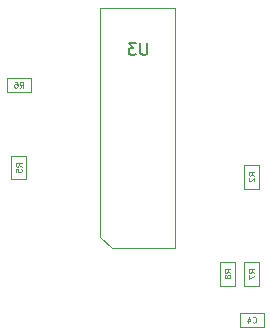
<source format=gbr>
G04 #@! TF.GenerationSoftware,KiCad,Pcbnew,(6.0.10-0)*
G04 #@! TF.CreationDate,2023-01-01T02:05:10-05:00*
G04 #@! TF.ProjectId,8CT-PowerMeter,3843542d-506f-4776-9572-4d657465722e,rev?*
G04 #@! TF.SameCoordinates,Original*
G04 #@! TF.FileFunction,AssemblyDrawing,Bot*
%FSLAX46Y46*%
G04 Gerber Fmt 4.6, Leading zero omitted, Abs format (unit mm)*
G04 Created by KiCad (PCBNEW (6.0.10-0)) date 2023-01-01 02:05:10*
%MOMM*%
%LPD*%
G01*
G04 APERTURE LIST*
%ADD10C,0.080000*%
%ADD11C,0.150000*%
%ADD12C,0.100000*%
G04 APERTURE END LIST*
D10*
X159944190Y-82491666D02*
X159706095Y-82325000D01*
X159944190Y-82205952D02*
X159444190Y-82205952D01*
X159444190Y-82396428D01*
X159468000Y-82444047D01*
X159491809Y-82467857D01*
X159539428Y-82491666D01*
X159610857Y-82491666D01*
X159658476Y-82467857D01*
X159682285Y-82444047D01*
X159706095Y-82396428D01*
X159706095Y-82205952D01*
X159491809Y-82682142D02*
X159468000Y-82705952D01*
X159444190Y-82753571D01*
X159444190Y-82872619D01*
X159468000Y-82920238D01*
X159491809Y-82944047D01*
X159539428Y-82967857D01*
X159587047Y-82967857D01*
X159658476Y-82944047D01*
X159944190Y-82658333D01*
X159944190Y-82967857D01*
X140226190Y-81716666D02*
X139988095Y-81550000D01*
X140226190Y-81430952D02*
X139726190Y-81430952D01*
X139726190Y-81621428D01*
X139750000Y-81669047D01*
X139773809Y-81692857D01*
X139821428Y-81716666D01*
X139892857Y-81716666D01*
X139940476Y-81692857D01*
X139964285Y-81669047D01*
X139988095Y-81621428D01*
X139988095Y-81430952D01*
X139726190Y-82169047D02*
X139726190Y-81930952D01*
X139964285Y-81907142D01*
X139940476Y-81930952D01*
X139916666Y-81978571D01*
X139916666Y-82097619D01*
X139940476Y-82145238D01*
X139964285Y-82169047D01*
X140011904Y-82192857D01*
X140130952Y-82192857D01*
X140178571Y-82169047D01*
X140202380Y-82145238D01*
X140226190Y-82097619D01*
X140226190Y-81978571D01*
X140202380Y-81930952D01*
X140178571Y-81907142D01*
X140083333Y-75026190D02*
X140250000Y-74788095D01*
X140369047Y-75026190D02*
X140369047Y-74526190D01*
X140178571Y-74526190D01*
X140130952Y-74550000D01*
X140107142Y-74573809D01*
X140083333Y-74621428D01*
X140083333Y-74692857D01*
X140107142Y-74740476D01*
X140130952Y-74764285D01*
X140178571Y-74788095D01*
X140369047Y-74788095D01*
X139654761Y-74526190D02*
X139750000Y-74526190D01*
X139797619Y-74550000D01*
X139821428Y-74573809D01*
X139869047Y-74645238D01*
X139892857Y-74740476D01*
X139892857Y-74930952D01*
X139869047Y-74978571D01*
X139845238Y-75002380D01*
X139797619Y-75026190D01*
X139702380Y-75026190D01*
X139654761Y-75002380D01*
X139630952Y-74978571D01*
X139607142Y-74930952D01*
X139607142Y-74811904D01*
X139630952Y-74764285D01*
X139654761Y-74740476D01*
X139702380Y-74716666D01*
X139797619Y-74716666D01*
X139845238Y-74740476D01*
X139869047Y-74764285D01*
X139892857Y-74811904D01*
X157912190Y-90707166D02*
X157674095Y-90540500D01*
X157912190Y-90421452D02*
X157412190Y-90421452D01*
X157412190Y-90611928D01*
X157436000Y-90659547D01*
X157459809Y-90683357D01*
X157507428Y-90707166D01*
X157578857Y-90707166D01*
X157626476Y-90683357D01*
X157650285Y-90659547D01*
X157674095Y-90611928D01*
X157674095Y-90421452D01*
X157626476Y-90992880D02*
X157602666Y-90945261D01*
X157578857Y-90921452D01*
X157531238Y-90897642D01*
X157507428Y-90897642D01*
X157459809Y-90921452D01*
X157436000Y-90945261D01*
X157412190Y-90992880D01*
X157412190Y-91088119D01*
X157436000Y-91135738D01*
X157459809Y-91159547D01*
X157507428Y-91183357D01*
X157531238Y-91183357D01*
X157578857Y-91159547D01*
X157602666Y-91135738D01*
X157626476Y-91088119D01*
X157626476Y-90992880D01*
X157650285Y-90945261D01*
X157674095Y-90921452D01*
X157721714Y-90897642D01*
X157816952Y-90897642D01*
X157864571Y-90921452D01*
X157888380Y-90945261D01*
X157912190Y-90992880D01*
X157912190Y-91088119D01*
X157888380Y-91135738D01*
X157864571Y-91159547D01*
X157816952Y-91183357D01*
X157721714Y-91183357D01*
X157674095Y-91159547D01*
X157650285Y-91135738D01*
X157626476Y-91088119D01*
X159944190Y-90707166D02*
X159706095Y-90540500D01*
X159944190Y-90421452D02*
X159444190Y-90421452D01*
X159444190Y-90611928D01*
X159468000Y-90659547D01*
X159491809Y-90683357D01*
X159539428Y-90707166D01*
X159610857Y-90707166D01*
X159658476Y-90683357D01*
X159682285Y-90659547D01*
X159706095Y-90611928D01*
X159706095Y-90421452D01*
X159444190Y-90873833D02*
X159444190Y-91207166D01*
X159944190Y-90992880D01*
D11*
X150861904Y-71252380D02*
X150861904Y-72061904D01*
X150814285Y-72157142D01*
X150766666Y-72204761D01*
X150671428Y-72252380D01*
X150480952Y-72252380D01*
X150385714Y-72204761D01*
X150338095Y-72157142D01*
X150290476Y-72061904D01*
X150290476Y-71252380D01*
X149909523Y-71252380D02*
X149290476Y-71252380D01*
X149623809Y-71633333D01*
X149480952Y-71633333D01*
X149385714Y-71680952D01*
X149338095Y-71728571D01*
X149290476Y-71823809D01*
X149290476Y-72061904D01*
X149338095Y-72157142D01*
X149385714Y-72204761D01*
X149480952Y-72252380D01*
X149766666Y-72252380D01*
X149861904Y-72204761D01*
X149909523Y-72157142D01*
D10*
X159801333Y-94882571D02*
X159825142Y-94906380D01*
X159896571Y-94930190D01*
X159944190Y-94930190D01*
X160015619Y-94906380D01*
X160063238Y-94858761D01*
X160087047Y-94811142D01*
X160110857Y-94715904D01*
X160110857Y-94644476D01*
X160087047Y-94549238D01*
X160063238Y-94501619D01*
X160015619Y-94454000D01*
X159944190Y-94430190D01*
X159896571Y-94430190D01*
X159825142Y-94454000D01*
X159801333Y-94477809D01*
X159372761Y-94596857D02*
X159372761Y-94930190D01*
X159491809Y-94406380D02*
X159610857Y-94763523D01*
X159301333Y-94763523D01*
D12*
X159093000Y-83575000D02*
X160343000Y-83575000D01*
X160343000Y-81575000D02*
X159093000Y-81575000D01*
X160343000Y-83575000D02*
X160343000Y-81575000D01*
X159093000Y-81575000D02*
X159093000Y-83575000D01*
X140625000Y-80800000D02*
X139375000Y-80800000D01*
X139375000Y-82800000D02*
X140625000Y-82800000D01*
X139375000Y-80800000D02*
X139375000Y-82800000D01*
X140625000Y-82800000D02*
X140625000Y-80800000D01*
X139000000Y-75425000D02*
X141000000Y-75425000D01*
X139000000Y-74175000D02*
X139000000Y-75425000D01*
X141000000Y-74175000D02*
X139000000Y-74175000D01*
X141000000Y-75425000D02*
X141000000Y-74175000D01*
X157061000Y-89790500D02*
X157061000Y-91790500D01*
X157061000Y-91790500D02*
X158311000Y-91790500D01*
X158311000Y-89790500D02*
X157061000Y-89790500D01*
X158311000Y-91790500D02*
X158311000Y-89790500D01*
X159093000Y-91790500D02*
X160343000Y-91790500D01*
X160343000Y-91790500D02*
X160343000Y-89790500D01*
X159093000Y-89790500D02*
X159093000Y-91790500D01*
X160343000Y-89790500D02*
X159093000Y-89790500D01*
X153235000Y-68325000D02*
X146885000Y-68325000D01*
X153235000Y-88645000D02*
X153235000Y-68325000D01*
X146885000Y-87645000D02*
X147885000Y-88645000D01*
X147885000Y-88645000D02*
X153235000Y-88645000D01*
X146885000Y-68325000D02*
X146885000Y-87645000D01*
X158718000Y-95329000D02*
X160718000Y-95329000D01*
X160718000Y-94079000D02*
X158718000Y-94079000D01*
X158718000Y-94079000D02*
X158718000Y-95329000D01*
X160718000Y-95329000D02*
X160718000Y-94079000D01*
M02*

</source>
